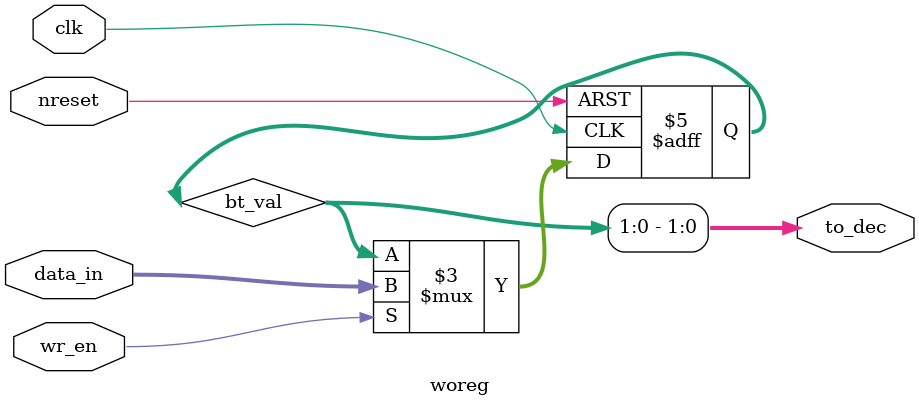
<source format=v>
module woreg( clk, nreset, wr_en, data_in, to_dec); 
 
//Inputs Declarations 
input clk; //Clock
input nreset; //active low reset 
input wr_en; //Write Enable 
input [7:0] data_in; //Button data input from APB3
 
//output Declarations 
output [1:0] to_dec; //Data Output wires to decoder
 
//reg Declaration (write-only)
reg [7:0] bt_val; //Stores button value state

//map reg values to decoder
assign to_dec[0] = bt_val[0];
assign to_dec[1] = bt_val[1];

//write to register 
always @(posedge clk, negedge nreset) 
 begin : WRITE_GEN 
 if(nreset == 1'b0)
 begin
    bt_val <= 8'h00;
 end
 else if(wr_en)
 begin 
    bt_val <= data_in;
 end 
 end 
endmodule
</source>
